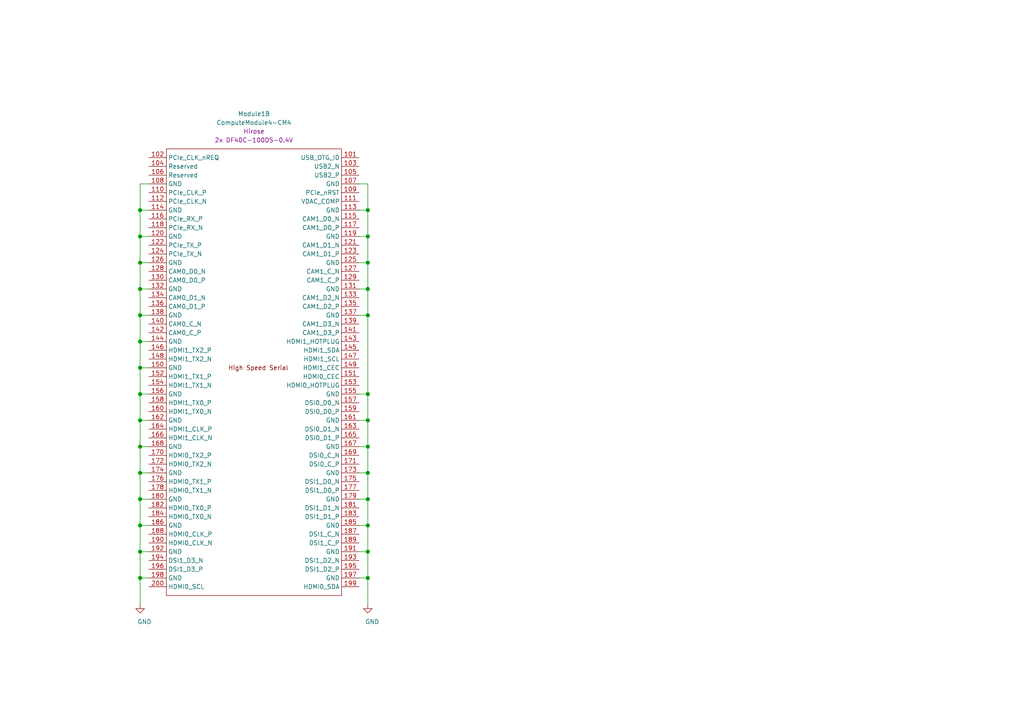
<source format=kicad_sch>
(kicad_sch (version 20201015) (generator eeschema)
  (page 1 3)
  (paper "A4")
  (title_block (title "Raspberry Pi Compute Module 4 Carrier Template") (date "2020-10-31") (rev "v01") (comment 2 "creativecommons.org/licenses/by-sa/4.0") (comment 3 "License: CC BY-SA 4.0") (comment 4 "Author: Shawn Hymel"))
  (lib_symbols
    (symbol "CM4IO:ComputeModule4-CM4"
      (property "Reference" "Module" (at 113.03 -68.58 0))
      (property "Value" "ComputeModule4-CM4" (at 140.97 2.54 0))
      (property "Manufacturer" "Hirose" (at 0 0 0))
      (property "MPN" "2x DF40C-100DS-0.4V" (at 0 -2.54 0))
      (property "MPN (Alt)" "2x DF40HC(3.0)-100DS-0.4V" (at 0 0 0))
      (symbol "ComputeModule4-CM4_1_0"
        (text "GPIO" (at 0 6.35 0) (effects (font (size 1.27 1.27))))
      )
      (symbol "ComputeModule4-CM4_1_1"
        (text "600mA Max" (at -8.89 -53.34 0) (effects (font (size 1.27 1.27))))
        (text "600mA Max" (at -8.89 -48.26 0) (effects (font (size 1.27 1.27))))
        (text "NB SD signals are only available" (at -1.27 -27.94 0) (effects (font (size 1.27 1.27))))
        (text "on modules without eMMC" (at -1.27 -30.48 0) (effects (font (size 1.27 1.27))))
        (rectangle (start -30.48 -71.12) (end 25.4 58.42))
        (pin power_in line (at 27.94 55.88 180) (length 2.54) (name "GND") (number "1"))
        (pin passive line (at -33.02 45.72 0) (length 2.54) (name "Ethernet_Pair0_N") (number "10"))
        (pin output line (at -33.02 -68.58 0) (length 2.54) (name "nEXTRST") (number "100"))
        (pin passive line (at 27.94 43.18 180) (length 2.54) (name "Ethernet_Pair2_P") (number "11"))
        (pin passive line (at -33.02 43.18 0) (length 2.54) (name "Ethernet_Pair0_P") (number "12"))
        (pin power_in line (at 27.94 40.64 180) (length 2.54) (name "GND") (number "13"))
        (pin power_in line (at -33.02 40.64 0) (length 2.54) (name "GND") (number "14"))
        (pin output line (at 27.94 38.1 180) (length 2.54) (name "Ethernet_nLED3(3.3v)") (number "15"))
        (pin input line (at -33.02 38.1 0) (length 2.54) (name "Ethernet_SYNC_IN(1.8v)") (number "16"))
        (pin output line (at 27.94 35.56 180) (length 2.54) (name "Ethernet_nLED2(3.3v)") (number "17"))
        (pin input line (at -33.02 35.56 0) (length 2.54) (name "Ethernet_SYNC_OUT(1.8v)") (number "18"))
        (pin output line (at 27.94 33.02 180) (length 2.54) (name "Ethernet_nLED1(3.3v)") (number "19"))
        (pin power_in line (at -33.02 55.88 0) (length 2.54) (name "GND") (number "2"))
        (pin passive line (at -33.02 33.02 0) (length 2.54) (name "EEPROM_nWP") (number "20"))
        (pin open_collector line (at 27.94 30.48 180) (length 2.54) (name "PI_nLED_Activity") (number "21"))
        (pin power_in line (at -33.02 30.48 0) (length 2.54) (name "GND") (number "22"))
        (pin power_in line (at 27.94 27.94 180) (length 2.54) (name "GND") (number "23"))
        (pin passive line (at -33.02 27.94 0) (length 2.54) (name "GPIO26") (number "24"))
        (pin passive line (at 27.94 25.4 180) (length 2.54) (name "GPIO21") (number "25"))
        (pin passive line (at -33.02 25.4 0) (length 2.54) (name "GPIO19") (number "26"))
        (pin passive line (at 27.94 22.86 180) (length 2.54) (name "GPIO20") (number "27"))
        (pin passive line (at -33.02 22.86 0) (length 2.54) (name "GPIO13") (number "28"))
        (pin passive line (at 27.94 20.32 180) (length 2.54) (name "GPIO16") (number "29"))
        (pin passive line (at 27.94 53.34 180) (length 2.54) (name "Ethernet_Pair3_P") (number "3"))
        (pin passive line (at -33.02 20.32 0) (length 2.54) (name "GPIO6") (number "30"))
        (pin passive line (at 27.94 17.78 180) (length 2.54) (name "GPIO12") (number "31"))
        (pin power_in line (at -33.02 17.78 0) (length 2.54) (name "GND") (number "32"))
        (pin power_in line (at 27.94 15.24 180) (length 2.54) (name "GND") (number "33"))
        (pin passive line (at -33.02 15.24 0) (length 2.54) (name "GPIO5") (number "34"))
        (pin passive line (at 27.94 12.7 180) (length 2.54) (name "ID_SC") (number "35"))
        (pin passive line (at -33.02 12.7 0) (length 2.54) (name "ID_SD") (number "36"))
        (pin passive line (at 27.94 10.16 180) (length 2.54) (name "GPIO7") (number "37"))
        (pin passive line (at -33.02 10.16 0) (length 2.54) (name "GPIO11") (number "38"))
        (pin passive line (at 27.94 7.62 180) (length 2.54) (name "GPIO8") (number "39"))
        (pin passive line (at -33.02 53.34 0) (length 2.54) (name "Ethernet_Pair1_P") (number "4"))
        (pin passive line (at -33.02 7.62 0) (length 2.54) (name "GPIO9") (number "40"))
        (pin passive line (at 27.94 5.08 180) (length 2.54) (name "GPIO25") (number "41"))
        (pin power_in line (at -33.02 5.08 0) (length 2.54) (name "GND") (number "42"))
        (pin power_in line (at 27.94 2.54 180) (length 2.54) (name "GND") (number "43"))
        (pin passive line (at -33.02 2.54 0) (length 2.54) (name "GPIO10") (number "44"))
        (pin passive line (at 27.94 0 180) (length 2.54) (name "GPIO24") (number "45"))
        (pin passive line (at -33.02 0 0) (length 2.54) (name "GPIO22") (number "46"))
        (pin passive line (at 27.94 -2.54 180) (length 2.54) (name "GPIO23") (number "47"))
        (pin passive line (at -33.02 -2.54 0) (length 2.54) (name "GPIO27") (number "48"))
        (pin passive line (at 27.94 -5.08 180) (length 2.54) (name "GPIO18") (number "49"))
        (pin passive line (at 27.94 50.8 180) (length 2.54) (name "Ethernet_Pair3_N") (number "5"))
        (pin passive line (at -33.02 -5.08 0) (length 2.54) (name "GPIO17") (number "50"))
        (pin passive line (at 27.94 -7.62 180) (length 2.54) (name "GPIO15") (number "51"))
        (pin power_in line (at -33.02 -7.62 0) (length 2.54) (name "GND") (number "52"))
        (pin power_in line (at 27.94 -10.16 180) (length 2.54) (name "GND") (number "53"))
        (pin passive line (at -33.02 -10.16 0) (length 2.54) (name "GPIO4") (number "54"))
        (pin passive line (at 27.94 -12.7 180) (length 2.54) (name "GPIO14") (number "55"))
        (pin passive line (at -33.02 -12.7 0) (length 2.54) (name "GPIO3") (number "56"))
        (pin passive line (at 27.94 -15.24 180) (length 2.54) (name "SD_CLK") (number "57"))
        (pin passive line (at -33.02 -15.24 0) (length 2.54) (name "GPIO2") (number "58"))
        (pin power_in line (at 27.94 -17.78 180) (length 2.54) (name "GND") (number "59"))
        (pin passive line (at -33.02 50.8 0) (length 2.54) (name "Ethernet_Pair1_N") (number "6"))
        (pin power_in line (at -33.02 -17.78 0) (length 2.54) (name "GND") (number "60"))
        (pin passive line (at 27.94 -20.32 180) (length 2.54) (name "SD_DAT3") (number "61"))
        (pin passive line (at -33.02 -20.32 0) (length 2.54) (name "SD_CMD") (number "62"))
        (pin passive line (at 27.94 -22.86 180) (length 2.54) (name "SD_DAT0") (number "63"))
        (pin passive line (at -33.02 -22.86 0) (length 2.54) (name "SD_DAT5") (number "64"))
        (pin power_in line (at 27.94 -25.4 180) (length 2.54) (name "GND") (number "65"))
        (pin power_in line (at -33.02 -25.4 0) (length 2.54) (name "GND") (number "66"))
        (pin passive line (at 27.94 -27.94 180) (length 2.54) (name "SD_DAT1") (number "67"))
        (pin passive line (at -33.02 -27.94 0) (length 2.54) (name "SD_DAT4") (number "68"))
        (pin passive line (at 27.94 -30.48 180) (length 2.54) (name "SD_DAT2") (number "69"))
        (pin power_in line (at 27.94 48.26 180) (length 2.54) (name "GND") (number "7"))
        (pin passive line (at -33.02 -30.48 0) (length 2.54) (name "SD_DAT7") (number "70"))
        (pin power_in line (at 27.94 -33.02 180) (length 2.54) (name "GND") (number "71"))
        (pin passive line (at -33.02 -33.02 0) (length 2.54) (name "SD_DAT6") (number "72"))
        (pin input line (at 27.94 -35.56 180) (length 2.54) (name "SD_VDD_Override") (number "73"))
        (pin power_in line (at -33.02 -35.56 0) (length 2.54) (name "GND") (number "74"))
        (pin output line (at 27.94 -38.1 180) (length 2.54) (name "SD_PWR_ON") (number "75"))
        (pin passive line (at -33.02 -38.1 0) (length 2.54) (name "Reserved") (number "76"))
        (pin power_in line (at 27.94 -40.64 180) (length 2.54) (name "+5v_(Input)") (number "77"))
        (pin power_in line (at -33.02 -40.64 0) (length 2.54) (name "GPIO_VREF(1.8v/3.3v_Input)") (number "78"))
        (pin power_in line (at 27.94 -43.18 180) (length 2.54) (name "+5v_(Input)") (number "79"))
        (pin power_in line (at -33.02 48.26 0) (length 2.54) (name "GND") (number "8"))
        (pin passive line (at -33.02 -43.18 0) (length 2.54) (name "SCL0") (number "80"))
        (pin power_in line (at 27.94 -45.72 180) (length 2.54) (name "+5v_(Input)") (number "81"))
        (pin passive line (at -33.02 -45.72 0) (length 2.54) (name "SDA0") (number "82"))
        (pin power_in line (at 27.94 -48.26 180) (length 2.54) (name "+5v_(Input)") (number "83"))
        (pin power_out line (at -33.02 -48.26 0) (length 2.54) (name "+3.3v_(Output)") (number "84"))
        (pin power_in line (at 27.94 -50.8 180) (length 2.54) (name "+5v_(Input)") (number "85"))
        (pin power_out line (at -33.02 -50.8 0) (length 2.54) (name "+3.3v_(Output)") (number "86"))
        (pin power_in line (at 27.94 -53.34 180) (length 2.54) (name "+5v_(Input)") (number "87"))
        (pin power_out line (at -33.02 -53.34 0) (length 2.54) (name "+1.8v_(Output)") (number "88"))
        (pin power_in line (at 27.94 -55.88 180) (length 2.54) (name "WiFi_nDisable") (number "89"))
        (pin passive line (at 27.94 45.72 180) (length 2.54) (name "Ethernet_Pair2_N") (number "9"))
        (pin power_out line (at -33.02 -55.88 0) (length 2.54) (name "+1.8v_(Output)") (number "90"))
        (pin power_in line (at 27.94 -58.42 180) (length 2.54) (name "BT_nDisable") (number "91"))
        (pin passive line (at -33.02 -58.42 0) (length 2.54) (name "RUN_PG") (number "92"))
        (pin input line (at 27.94 -60.96 180) (length 2.54) (name "nRPIBOOT") (number "93"))
        (pin passive line (at -33.02 -60.96 0) (length 2.54) (name "AnalogIP0") (number "94"))
        (pin output line (at 27.94 -63.5 180) (length 2.54) (name "nPI_LED_PWR") (number "95"))
        (pin passive line (at -33.02 -63.5 0) (length 2.54) (name "AnalogIP1") (number "96"))
        (pin passive line (at 27.94 -66.04 180) (length 2.54) (name "Camera_GPIO") (number "97"))
        (pin power_in line (at -33.02 -66.04 0) (length 2.54) (name "GND") (number "98"))
        (pin input line (at 27.94 -68.58 180) (length 2.54) (name "Global_EN") (number "99"))
      )
      (symbol "ComputeModule4-CM4_2_1"
        (text "High Speed Serial" (at 140.97 0 0) (effects (font (size 1.27 1.27))))
        (rectangle (start 114.3 -66.04) (end 165.1 63.5))
        (pin input line (at 170.18 60.96 180) (length 5.08) (name "USB_OTG_ID") (number "101"))
        (pin input line (at 109.22 60.96 0) (length 5.08) (name "PCIe_CLK_nREQ") (number "102"))
        (pin passive line (at 170.18 58.42 180) (length 5.08) (name "USB2_N") (number "103"))
        (pin passive line (at 109.22 58.42 0) (length 5.08) (name "Reserved") (number "104"))
        (pin passive line (at 170.18 55.88 180) (length 5.08) (name "USB2_P") (number "105"))
        (pin passive line (at 109.22 55.88 0) (length 5.08) (name "Reserved") (number "106"))
        (pin power_in line (at 170.18 53.34 180) (length 5.08) (name "GND") (number "107"))
        (pin power_in line (at 109.22 53.34 0) (length 5.08) (name "GND") (number "108"))
        (pin bidirectional line (at 170.18 50.8 180) (length 5.08) (name "PCIe_nRST") (number "109"))
        (pin output line (at 109.22 50.8 0) (length 5.08) (name "PCIe_CLK_P") (number "110"))
        (pin passive line (at 170.18 48.26 180) (length 5.08) (name "VDAC_COMP") (number "111"))
        (pin output line (at 109.22 48.26 0) (length 5.08) (name "PCIe_CLK_N") (number "112"))
        (pin power_in line (at 170.18 45.72 180) (length 5.08) (name "GND") (number "113"))
        (pin power_in line (at 109.22 45.72 0) (length 5.08) (name "GND") (number "114"))
        (pin input line (at 170.18 43.18 180) (length 5.08) (name "CAM1_D0_N") (number "115"))
        (pin input line (at 109.22 43.18 0) (length 5.08) (name "PCIe_RX_P") (number "116"))
        (pin input line (at 170.18 40.64 180) (length 5.08) (name "CAM1_D0_P") (number "117"))
        (pin input line (at 109.22 40.64 0) (length 5.08) (name "PCIe_RX_N") (number "118"))
        (pin power_in line (at 170.18 38.1 180) (length 5.08) (name "GND") (number "119"))
        (pin power_in line (at 109.22 38.1 0) (length 5.08) (name "GND") (number "120"))
        (pin input line (at 170.18 35.56 180) (length 5.08) (name "CAM1_D1_N") (number "121"))
        (pin output line (at 109.22 35.56 0) (length 5.08) (name "PCIe_TX_P") (number "122"))
        (pin input line (at 170.18 33.02 180) (length 5.08) (name "CAM1_D1_P") (number "123"))
        (pin output line (at 109.22 33.02 0) (length 5.08) (name "PCIe_TX_N") (number "124"))
        (pin power_in line (at 170.18 30.48 180) (length 5.08) (name "GND") (number "125"))
        (pin power_in line (at 109.22 30.48 0) (length 5.08) (name "GND") (number "126"))
        (pin input line (at 170.18 27.94 180) (length 5.08) (name "CAM1_C_N") (number "127"))
        (pin input line (at 109.22 27.94 0) (length 5.08) (name "CAM0_D0_N") (number "128"))
        (pin input line (at 170.18 25.4 180) (length 5.08) (name "CAM1_C_P") (number "129"))
        (pin input line (at 109.22 25.4 0) (length 5.08) (name "CAM0_D0_P") (number "130"))
        (pin power_in line (at 170.18 22.86 180) (length 5.08) (name "GND") (number "131"))
        (pin power_in line (at 109.22 22.86 0) (length 5.08) (name "GND") (number "132"))
        (pin input line (at 170.18 20.32 180) (length 5.08) (name "CAM1_D2_N") (number "133"))
        (pin input line (at 109.22 20.32 0) (length 5.08) (name "CAM0_D1_N") (number "134"))
        (pin input line (at 170.18 17.78 180) (length 5.08) (name "CAM1_D2_P") (number "135"))
        (pin input line (at 109.22 17.78 0) (length 5.08) (name "CAM0_D1_P") (number "136"))
        (pin power_in line (at 170.18 15.24 180) (length 5.08) (name "GND") (number "137"))
        (pin power_in line (at 109.22 15.24 0) (length 5.08) (name "GND") (number "138"))
        (pin input line (at 170.18 12.7 180) (length 5.08) (name "CAM1_D3_N") (number "139"))
        (pin input line (at 109.22 12.7 0) (length 5.08) (name "CAM0_C_N") (number "140"))
        (pin input line (at 170.18 10.16 180) (length 5.08) (name "CAM1_D3_P") (number "141"))
        (pin input line (at 109.22 10.16 0) (length 5.08) (name "CAM0_C_P") (number "142"))
        (pin input line (at 170.18 7.62 180) (length 5.08) (name "HDMI1_HOTPLUG") (number "143"))
        (pin power_in line (at 109.22 7.62 0) (length 5.08) (name "GND") (number "144"))
        (pin bidirectional line (at 170.18 5.08 180) (length 5.08) (name "HDMI1_SDA") (number "145"))
        (pin output line (at 109.22 5.08 0) (length 5.08) (name "HDMI1_TX2_P") (number "146"))
        (pin open_collector line (at 170.18 2.54 180) (length 5.08) (name "HDMI1_SCL") (number "147"))
        (pin output line (at 109.22 2.54 0) (length 5.08) (name "HDMI1_TX2_N") (number "148"))
        (pin open_collector line (at 170.18 0 180) (length 5.08) (name "HDMI1_CEC") (number "149"))
        (pin power_in line (at 109.22 0 0) (length 5.08) (name "GND") (number "150"))
        (pin open_collector line (at 170.18 -2.54 180) (length 5.08) (name "HDMI0_CEC") (number "151"))
        (pin output line (at 109.22 -2.54 0) (length 5.08) (name "HDMI1_TX1_P") (number "152"))
        (pin input line (at 170.18 -5.08 180) (length 5.08) (name "HDMI0_HOTPLUG") (number "153"))
        (pin output line (at 109.22 -5.08 0) (length 5.08) (name "HDMI1_TX1_N") (number "154"))
        (pin power_in line (at 170.18 -7.62 180) (length 5.08) (name "GND") (number "155"))
        (pin power_in line (at 109.22 -7.62 0) (length 5.08) (name "GND") (number "156"))
        (pin output line (at 170.18 -10.16 180) (length 5.08) (name "DSI0_D0_N") (number "157"))
        (pin output line (at 109.22 -10.16 0) (length 5.08) (name "HDMI1_TX0_P") (number "158"))
        (pin output line (at 170.18 -12.7 180) (length 5.08) (name "DSI0_D0_P") (number "159"))
        (pin output line (at 109.22 -12.7 0) (length 5.08) (name "HDMI1_TX0_N") (number "160"))
        (pin power_in line (at 170.18 -15.24 180) (length 5.08) (name "GND") (number "161"))
        (pin power_in line (at 109.22 -15.24 0) (length 5.08) (name "GND") (number "162"))
        (pin output line (at 170.18 -17.78 180) (length 5.08) (name "DSI0_D1_N") (number "163"))
        (pin output line (at 109.22 -17.78 0) (length 5.08) (name "HDMI1_CLK_P") (number "164"))
        (pin output line (at 170.18 -20.32 180) (length 5.08) (name "DSI0_D1_P") (number "165"))
        (pin output line (at 109.22 -20.32 0) (length 5.08) (name "HDMI1_CLK_N") (number "166"))
        (pin power_in line (at 170.18 -22.86 180) (length 5.08) (name "GND") (number "167"))
        (pin power_in line (at 109.22 -22.86 0) (length 5.08) (name "GND") (number "168"))
        (pin output line (at 170.18 -25.4 180) (length 5.08) (name "DSI0_C_N") (number "169"))
        (pin output line (at 109.22 -25.4 0) (length 5.08) (name "HDMI0_TX2_P") (number "170"))
        (pin output line (at 170.18 -27.94 180) (length 5.08) (name "DSI0_C_P") (number "171"))
        (pin output line (at 109.22 -27.94 0) (length 5.08) (name "HDMI0_TX2_N") (number "172"))
        (pin power_in line (at 170.18 -30.48 180) (length 5.08) (name "GND") (number "173"))
        (pin power_in line (at 109.22 -30.48 0) (length 5.08) (name "GND") (number "174"))
        (pin output line (at 170.18 -33.02 180) (length 5.08) (name "DSI1_D0_N") (number "175"))
        (pin output line (at 109.22 -33.02 0) (length 5.08) (name "HDMI0_TX1_P") (number "176"))
        (pin output line (at 170.18 -35.56 180) (length 5.08) (name "DSI1_D0_P") (number "177"))
        (pin output line (at 109.22 -35.56 0) (length 5.08) (name "HDMI0_TX1_N") (number "178"))
        (pin power_in line (at 170.18 -38.1 180) (length 5.08) (name "GND") (number "179"))
        (pin power_in line (at 109.22 -38.1 0) (length 5.08) (name "GND") (number "180"))
        (pin output line (at 170.18 -40.64 180) (length 5.08) (name "DSI1_D1_N") (number "181"))
        (pin output line (at 109.22 -40.64 0) (length 5.08) (name "HDMI0_TX0_P") (number "182"))
        (pin output line (at 170.18 -43.18 180) (length 5.08) (name "DSI1_D1_P") (number "183"))
        (pin output line (at 109.22 -43.18 0) (length 5.08) (name "HDMI0_TX0_N") (number "184"))
        (pin power_in line (at 170.18 -45.72 180) (length 5.08) (name "GND") (number "185"))
        (pin power_in line (at 109.22 -45.72 0) (length 5.08) (name "GND") (number "186"))
        (pin output line (at 170.18 -48.26 180) (length 5.08) (name "DSI1_C_N") (number "187"))
        (pin output line (at 109.22 -48.26 0) (length 5.08) (name "HDMI0_CLK_P") (number "188"))
        (pin output line (at 170.18 -50.8 180) (length 5.08) (name "DSI1_C_P") (number "189"))
        (pin output line (at 109.22 -50.8 0) (length 5.08) (name "HDMI0_CLK_N") (number "190"))
        (pin power_in line (at 170.18 -53.34 180) (length 5.08) (name "GND") (number "191"))
        (pin power_in line (at 109.22 -53.34 0) (length 5.08) (name "GND") (number "192"))
        (pin output line (at 170.18 -55.88 180) (length 5.08) (name "DSI1_D2_N") (number "193"))
        (pin output line (at 109.22 -55.88 0) (length 5.08) (name "DSI1_D3_N") (number "194"))
        (pin output line (at 170.18 -58.42 180) (length 5.08) (name "DSI1_D2_P") (number "195"))
        (pin output line (at 109.22 -58.42 0) (length 5.08) (name "DSI1_D3_P") (number "196"))
        (pin power_in line (at 170.18 -60.96 180) (length 5.08) (name "GND") (number "197"))
        (pin power_in line (at 109.22 -60.96 0) (length 5.08) (name "GND") (number "198"))
        (pin bidirectional line (at 170.18 -63.5 180) (length 5.08) (name "HDMI0_SDA") (number "199"))
        (pin open_collector line (at 109.22 -63.5 0) (length 5.08) (name "HDMI0_SCL") (number "200"))
      )
    )
    (symbol "power:GND" (power) (pin_names (offset 0))
      (property "Value" "GND" (at 0 -3.81 0))
      (symbol "GND_0_1"
        (polyline (pts (xy 0 0) (xy 0 -1.27) (xy 1.27 -1.27) (xy 0 -2.54) (xy -1.27 -1.27) (xy 0 -1.27)))
      )
      (symbol "GND_1_1"
        (pin power_in line (at 0 0 270) (length 0) hide (name "GND") (number "1"))
      )
    )
  )
  (junction (at 40.64 60.96) (diameter 1.016))
  (junction (at 40.64 68.58) (diameter 1.016))
  (junction (at 40.64 76.2) (diameter 1.016))
  (junction (at 40.64 83.82) (diameter 1.016))
  (junction (at 40.64 91.44) (diameter 1.016))
  (junction (at 40.64 99.06) (diameter 1.016))
  (junction (at 40.64 106.68) (diameter 1.016))
  (junction (at 40.64 114.3) (diameter 1.016))
  (junction (at 40.64 121.92) (diameter 1.016))
  (junction (at 40.64 129.54) (diameter 1.016))
  (junction (at 40.64 137.16) (diameter 1.016))
  (junction (at 40.64 144.78) (diameter 1.016))
  (junction (at 40.64 152.4) (diameter 1.016))
  (junction (at 40.64 160.02) (diameter 1.016))
  (junction (at 40.64 167.64) (diameter 1.016))
  (junction (at 106.68 60.96) (diameter 1.016))
  (junction (at 106.68 68.58) (diameter 1.016))
  (junction (at 106.68 76.2) (diameter 1.016))
  (junction (at 106.68 83.82) (diameter 1.016))
  (junction (at 106.68 91.44) (diameter 1.016))
  (junction (at 106.68 114.3) (diameter 1.016))
  (junction (at 106.68 121.92) (diameter 1.016))
  (junction (at 106.68 129.54) (diameter 1.016))
  (junction (at 106.68 137.16) (diameter 1.016))
  (junction (at 106.68 144.78) (diameter 1.016))
  (junction (at 106.68 152.4) (diameter 1.016))
  (junction (at 106.68 160.02) (diameter 1.016))
  (junction (at 106.68 167.64) (diameter 1.016))
  (wire (pts (xy 40.64 53.34) (xy 40.64 60.96)))
  (wire (pts (xy 40.64 53.34) (xy 43.18 53.34)))
  (wire (pts (xy 40.64 60.96) (xy 40.64 68.58)))
  (wire (pts (xy 40.64 60.96) (xy 43.18 60.96)))
  (wire (pts (xy 40.64 68.58) (xy 40.64 76.2)))
  (wire (pts (xy 40.64 68.58) (xy 43.18 68.58)))
  (wire (pts (xy 40.64 76.2) (xy 40.64 83.82)))
  (wire (pts (xy 40.64 76.2) (xy 43.18 76.2)))
  (wire (pts (xy 40.64 83.82) (xy 40.64 91.44)))
  (wire (pts (xy 40.64 83.82) (xy 43.18 83.82)))
  (wire (pts (xy 40.64 91.44) (xy 40.64 99.06)))
  (wire (pts (xy 40.64 91.44) (xy 43.18 91.44)))
  (wire (pts (xy 40.64 99.06) (xy 40.64 106.68)))
  (wire (pts (xy 40.64 99.06) (xy 43.18 99.06)))
  (wire (pts (xy 40.64 106.68) (xy 40.64 114.3)))
  (wire (pts (xy 40.64 106.68) (xy 43.18 106.68)))
  (wire (pts (xy 40.64 114.3) (xy 40.64 121.92)))
  (wire (pts (xy 40.64 114.3) (xy 43.18 114.3)))
  (wire (pts (xy 40.64 121.92) (xy 40.64 129.54)))
  (wire (pts (xy 40.64 121.92) (xy 43.18 121.92)))
  (wire (pts (xy 40.64 129.54) (xy 40.64 137.16)))
  (wire (pts (xy 40.64 129.54) (xy 43.18 129.54)))
  (wire (pts (xy 40.64 137.16) (xy 40.64 144.78)))
  (wire (pts (xy 40.64 137.16) (xy 43.18 137.16)))
  (wire (pts (xy 40.64 144.78) (xy 40.64 152.4)))
  (wire (pts (xy 40.64 144.78) (xy 43.18 144.78)))
  (wire (pts (xy 40.64 152.4) (xy 40.64 160.02)))
  (wire (pts (xy 40.64 152.4) (xy 43.18 152.4)))
  (wire (pts (xy 40.64 160.02) (xy 40.64 167.64)))
  (wire (pts (xy 40.64 160.02) (xy 43.18 160.02)))
  (wire (pts (xy 40.64 167.64) (xy 40.64 175.26)))
  (wire (pts (xy 40.64 167.64) (xy 43.18 167.64)))
  (wire (pts (xy 104.14 53.34) (xy 106.68 53.34)))
  (wire (pts (xy 104.14 60.96) (xy 106.68 60.96)))
  (wire (pts (xy 104.14 68.58) (xy 106.68 68.58)))
  (wire (pts (xy 104.14 76.2) (xy 106.68 76.2)))
  (wire (pts (xy 104.14 83.82) (xy 106.68 83.82)))
  (wire (pts (xy 104.14 91.44) (xy 106.68 91.44)))
  (wire (pts (xy 104.14 114.3) (xy 106.68 114.3)))
  (wire (pts (xy 104.14 121.92) (xy 106.68 121.92)))
  (wire (pts (xy 104.14 129.54) (xy 106.68 129.54)))
  (wire (pts (xy 104.14 137.16) (xy 106.68 137.16)))
  (wire (pts (xy 104.14 144.78) (xy 106.68 144.78)))
  (wire (pts (xy 104.14 152.4) (xy 106.68 152.4)))
  (wire (pts (xy 104.14 160.02) (xy 106.68 160.02)))
  (wire (pts (xy 104.14 167.64) (xy 106.68 167.64)))
  (wire (pts (xy 106.68 53.34) (xy 106.68 60.96)))
  (wire (pts (xy 106.68 60.96) (xy 106.68 68.58)))
  (wire (pts (xy 106.68 68.58) (xy 106.68 76.2)))
  (wire (pts (xy 106.68 76.2) (xy 106.68 83.82)))
  (wire (pts (xy 106.68 83.82) (xy 106.68 91.44)))
  (wire (pts (xy 106.68 91.44) (xy 106.68 114.3)))
  (wire (pts (xy 106.68 114.3) (xy 106.68 121.92)))
  (wire (pts (xy 106.68 121.92) (xy 106.68 129.54)))
  (wire (pts (xy 106.68 129.54) (xy 106.68 137.16)))
  (wire (pts (xy 106.68 137.16) (xy 106.68 144.78)))
  (wire (pts (xy 106.68 144.78) (xy 106.68 152.4)))
  (wire (pts (xy 106.68 152.4) (xy 106.68 160.02)))
  (wire (pts (xy 106.68 160.02) (xy 106.68 167.64)))
  (wire (pts (xy 106.68 167.64) (xy 106.68 175.26)))
  (symbol (lib_id "power:GND") (at 40.64 175.26 0) (unit 1)
    (property "Reference" "#PWR?" (effects hide))
    (property "Value" "GND" (at 41.91 180.34 0))
  )
  (symbol (lib_id "power:GND") (at 106.68 175.26 0) (unit 1)
    (property "Reference" "#PWR?" (effects hide))
    (property "Value" "GND" (at 107.95 180.34 0))
  )
  (symbol (lib_id "CM4IO:ComputeModule4-CM4") (at -66.04 106.68 0) (unit 2)
    (property "Reference" "Module1" (at 73.66 33.02 0))
    (property "Value" "ComputeModule4-CM4" (at 73.66 35.56 0))
    (property "Footprint" "CM4IO:Raspberry-Pi-4-Compute-Module" (effects hide))
    (property "Field4" "Hirose" (at 73.66 38.1 0))
    (property "Field5" "2x DF40C-100DS-0.4V" (at 73.66 40.64 0))
    (property "Digi-Key_PN" "2x H11615CT-ND" (effects hide))
    (property "Digi-Key_PN (Alt)" "2x H124602CT-ND" (effects hide))
  )
)
</source>
